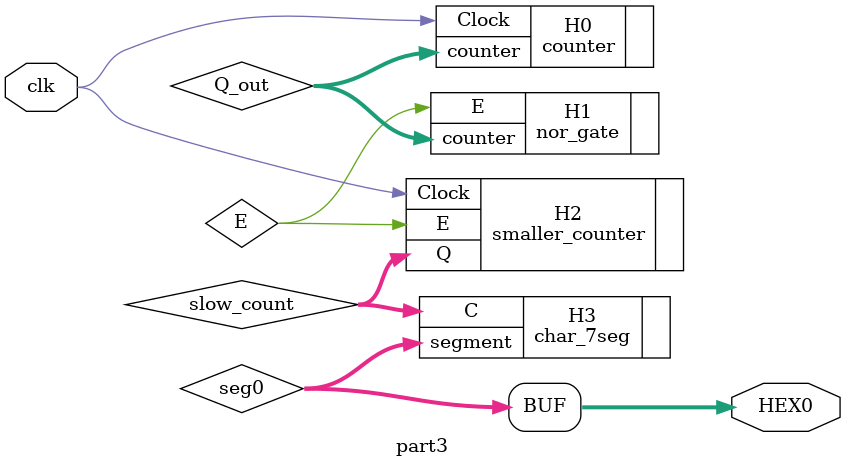
<source format=v>
module part3(clk, HEX0);
input clk;

output [0:6] HEX0;

wire [0:6] seg0;
wire E;
wire [25:0] Q_out;
wire [3:0] slow_count;

assign HEX0 = seg0;

counter H0 (.Clock(clk), .counter(Q_out) );

nor_gate H1( .counter(Q_out), .E(E) );

smaller_counter H2( .Clock(clk), .E(E), .Q(slow_count) );

char_7seg H3( .C(slow_count[3:0]), .segment(seg0) );

endmodule
</source>
